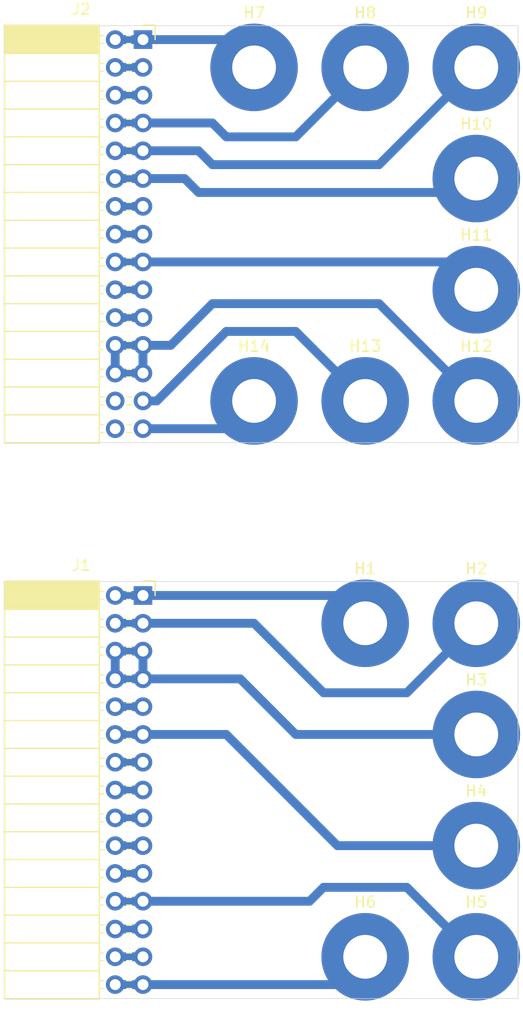
<source format=kicad_pcb>
(kicad_pcb (version 20171130) (host pcbnew "(5.1.9)-1")

  (general
    (thickness 1.6)
    (drawings 8)
    (tracks 76)
    (zones 0)
    (modules 16)
    (nets 29)
  )

  (page A4)
  (layers
    (0 F.Cu signal)
    (31 B.Cu signal)
    (32 B.Adhes user)
    (33 F.Adhes user)
    (34 B.Paste user)
    (35 F.Paste user)
    (36 B.SilkS user)
    (37 F.SilkS user)
    (38 B.Mask user)
    (39 F.Mask user)
    (40 Dwgs.User user)
    (41 Cmts.User user)
    (42 Eco1.User user)
    (43 Eco2.User user)
    (44 Edge.Cuts user)
    (45 Margin user)
    (46 B.CrtYd user)
    (47 F.CrtYd user)
    (48 B.Fab user)
    (49 F.Fab user)
  )

  (setup
    (last_trace_width 0.8128)
    (trace_clearance 0.4064)
    (zone_clearance 0.4064)
    (zone_45_only no)
    (trace_min 0.2)
    (via_size 1.6256)
    (via_drill 0.8128)
    (via_min_size 0.4)
    (via_min_drill 0.3)
    (uvia_size 0.3)
    (uvia_drill 0.1)
    (uvias_allowed no)
    (uvia_min_size 0.2)
    (uvia_min_drill 0.1)
    (edge_width 0.05)
    (segment_width 0.2)
    (pcb_text_width 0.3)
    (pcb_text_size 1.5 1.5)
    (mod_edge_width 0.12)
    (mod_text_size 1 1)
    (mod_text_width 0.15)
    (pad_size 1.524 1.524)
    (pad_drill 0.762)
    (pad_to_mask_clearance 0)
    (aux_axis_origin 0 0)
    (visible_elements FFFFFF7F)
    (pcbplotparams
      (layerselection 0x010fc_ffffffff)
      (usegerberextensions false)
      (usegerberattributes true)
      (usegerberadvancedattributes true)
      (creategerberjobfile true)
      (excludeedgelayer true)
      (linewidth 0.100000)
      (plotframeref false)
      (viasonmask false)
      (mode 1)
      (useauxorigin false)
      (hpglpennumber 1)
      (hpglpenspeed 20)
      (hpglpendiameter 15.000000)
      (psnegative false)
      (psa4output false)
      (plotreference true)
      (plotvalue true)
      (plotinvisibletext false)
      (padsonsilk false)
      (subtractmaskfromsilk false)
      (outputformat 1)
      (mirror false)
      (drillshape 1)
      (scaleselection 1)
      (outputdirectory ""))
  )

  (net 0 "")
  (net 1 /+5VRM)
  (net 2 /+5VRL)
  (net 3 /+15VU)
  (net 4 /+8VR)
  (net 5 /+12VR)
  (net 6 /+18VU)
  (net 7 /-18VU)
  (net 8 /-12VR)
  (net 9 /-15VR)
  (net 10 /-21V)
  (net 11 /+14VAC)
  (net 12 /-14VAC)
  (net 13 /E1+8R)
  (net 14 /B1+5M)
  (net 15 /B2+5M)
  (net 16 /E2+5M)
  (net 17 /B1+5L)
  (net 18 /B1+8R)
  (net 19 /E2+5L)
  (net 20 /B2+5L)
  (net 21 /B2-12R)
  (net 22 /B1-12R)
  (net 23 /B2-15R)
  (net 24 /B1-15R)
  (net 25 /B1+12R)
  (net 26 /E1+12R)
  (net 27 /0Va)
  (net 28 /0Vb)

  (net_class Default "This is the default net class."
    (clearance 0.4064)
    (trace_width 0.8128)
    (via_dia 1.6256)
    (via_drill 0.8128)
    (uvia_dia 0.3)
    (uvia_drill 0.1)
    (add_net /+12VR)
    (add_net /+14VAC)
    (add_net /+15VU)
    (add_net /+18VU)
    (add_net /+5VRL)
    (add_net /+5VRM)
    (add_net /+8VR)
    (add_net /-12VR)
    (add_net /-14VAC)
    (add_net /-15VR)
    (add_net /-18VU)
    (add_net /-21V)
    (add_net /0Va)
    (add_net /0Vb)
    (add_net /B1+12R)
    (add_net /B1+5L)
    (add_net /B1+5M)
    (add_net /B1+8R)
    (add_net /B1-12R)
    (add_net /B1-15R)
    (add_net /B2+5L)
    (add_net /B2+5M)
    (add_net /B2-12R)
    (add_net /B2-15R)
    (add_net /E1+12R)
    (add_net /E1+8R)
    (add_net /E2+5L)
    (add_net /E2+5M)
  )

  (module MountingHole:MountingHole_4mm_Pad (layer F.Cu) (tedit 56D1B4CB) (tstamp 60BF914C)
    (at 121.92 129.54)
    (descr "Mounting Hole 4mm")
    (tags "mounting hole 4mm")
    (path /60CDDC6B)
    (attr virtual)
    (fp_text reference H14 (at 0 -5) (layer F.SilkS)
      (effects (font (size 1 1) (thickness 0.15)))
    )
    (fp_text value -14VAC (at 0 5) (layer F.Fab)
      (effects (font (size 1 1) (thickness 0.15)))
    )
    (fp_text user %R (at 0.3 0) (layer F.Fab)
      (effects (font (size 1 1) (thickness 0.15)))
    )
    (fp_circle (center 0 0) (end 4 0) (layer Cmts.User) (width 0.15))
    (fp_circle (center 0 0) (end 4.25 0) (layer F.CrtYd) (width 0.05))
    (pad 1 thru_hole circle (at 0 0) (size 8 8) (drill 4) (layers *.Cu *.Mask)
      (net 12 /-14VAC))
  )

  (module Wang2200:PinSocket_2x15_P2.54mm_Horizontal (layer F.Cu) (tedit 60BF7D51) (tstamp 60BF92C8)
    (at 111.76 96.52)
    (descr "Through hole angled socket strip, 2x15, 2.54mm pitch, 8.51mm socket length, double cols (from Kicad 4.0.7), script generated")
    (tags "Through hole angled socket strip THT 2x15 2.54mm double row")
    (path /60BFBCBF)
    (fp_text reference J2 (at -5.65 -2.77) (layer F.SilkS)
      (effects (font (size 1 1) (thickness 0.15)))
    )
    (fp_text value CONN2 (at -5.65 38.33) (layer F.Fab)
      (effects (font (size 1 1) (thickness 0.15)))
    )
    (fp_text user %R (at -8.315 17.78 90) (layer F.Fab)
      (effects (font (size 1 1) (thickness 0.15)))
    )
    (fp_line (start -12.57 -1.27) (end -5.03 -1.27) (layer F.Fab) (width 0.1))
    (fp_line (start -5.03 -1.27) (end -4.06 -0.3) (layer F.Fab) (width 0.1))
    (fp_line (start -4.06 -0.3) (end -4.06 36.83) (layer F.Fab) (width 0.1))
    (fp_line (start -4.06 36.83) (end -12.57 36.83) (layer F.Fab) (width 0.1))
    (fp_line (start -12.57 36.83) (end -12.57 -1.27) (layer F.Fab) (width 0.1))
    (fp_line (start 0 -0.3) (end -4.06 -0.3) (layer F.Fab) (width 0.1))
    (fp_line (start -4.06 0.3) (end 0 0.3) (layer F.Fab) (width 0.1))
    (fp_line (start 0 0.3) (end 0 -0.3) (layer F.Fab) (width 0.1))
    (fp_line (start 0 2.24) (end -4.06 2.24) (layer F.Fab) (width 0.1))
    (fp_line (start -4.06 2.84) (end 0 2.84) (layer F.Fab) (width 0.1))
    (fp_line (start 0 2.84) (end 0 2.24) (layer F.Fab) (width 0.1))
    (fp_line (start 0 4.78) (end -4.06 4.78) (layer F.Fab) (width 0.1))
    (fp_line (start -4.06 5.38) (end 0 5.38) (layer F.Fab) (width 0.1))
    (fp_line (start 0 5.38) (end 0 4.78) (layer F.Fab) (width 0.1))
    (fp_line (start 0 7.32) (end -4.06 7.32) (layer F.Fab) (width 0.1))
    (fp_line (start -4.06 7.92) (end 0 7.92) (layer F.Fab) (width 0.1))
    (fp_line (start 0 7.92) (end 0 7.32) (layer F.Fab) (width 0.1))
    (fp_line (start 0 9.86) (end -4.06 9.86) (layer F.Fab) (width 0.1))
    (fp_line (start -4.06 10.46) (end 0 10.46) (layer F.Fab) (width 0.1))
    (fp_line (start 0 10.46) (end 0 9.86) (layer F.Fab) (width 0.1))
    (fp_line (start 0 12.4) (end -4.06 12.4) (layer F.Fab) (width 0.1))
    (fp_line (start -4.06 13) (end 0 13) (layer F.Fab) (width 0.1))
    (fp_line (start 0 13) (end 0 12.4) (layer F.Fab) (width 0.1))
    (fp_line (start 0 14.94) (end -4.06 14.94) (layer F.Fab) (width 0.1))
    (fp_line (start -4.06 15.54) (end 0 15.54) (layer F.Fab) (width 0.1))
    (fp_line (start 0 15.54) (end 0 14.94) (layer F.Fab) (width 0.1))
    (fp_line (start 0 17.48) (end -4.06 17.48) (layer F.Fab) (width 0.1))
    (fp_line (start -4.06 18.08) (end 0 18.08) (layer F.Fab) (width 0.1))
    (fp_line (start 0 18.08) (end 0 17.48) (layer F.Fab) (width 0.1))
    (fp_line (start 0 20.02) (end -4.06 20.02) (layer F.Fab) (width 0.1))
    (fp_line (start -4.06 20.62) (end 0 20.62) (layer F.Fab) (width 0.1))
    (fp_line (start 0 20.62) (end 0 20.02) (layer F.Fab) (width 0.1))
    (fp_line (start 0 22.56) (end -4.06 22.56) (layer F.Fab) (width 0.1))
    (fp_line (start -4.06 23.16) (end 0 23.16) (layer F.Fab) (width 0.1))
    (fp_line (start 0 23.16) (end 0 22.56) (layer F.Fab) (width 0.1))
    (fp_line (start 0 25.1) (end -4.06 25.1) (layer F.Fab) (width 0.1))
    (fp_line (start -4.06 25.7) (end 0 25.7) (layer F.Fab) (width 0.1))
    (fp_line (start 0 25.7) (end 0 25.1) (layer F.Fab) (width 0.1))
    (fp_line (start 0 27.64) (end -4.06 27.64) (layer F.Fab) (width 0.1))
    (fp_line (start -4.06 28.24) (end 0 28.24) (layer F.Fab) (width 0.1))
    (fp_line (start 0 28.24) (end 0 27.64) (layer F.Fab) (width 0.1))
    (fp_line (start 0 30.18) (end -4.06 30.18) (layer F.Fab) (width 0.1))
    (fp_line (start -4.06 30.78) (end 0 30.78) (layer F.Fab) (width 0.1))
    (fp_line (start 0 30.78) (end 0 30.18) (layer F.Fab) (width 0.1))
    (fp_line (start 0 32.72) (end -4.06 32.72) (layer F.Fab) (width 0.1))
    (fp_line (start -4.06 33.32) (end 0 33.32) (layer F.Fab) (width 0.1))
    (fp_line (start 0 33.32) (end 0 32.72) (layer F.Fab) (width 0.1))
    (fp_line (start 0 35.26) (end -4.06 35.26) (layer F.Fab) (width 0.1))
    (fp_line (start -4.06 35.86) (end 0 35.86) (layer F.Fab) (width 0.1))
    (fp_line (start 0 35.86) (end 0 35.26) (layer F.Fab) (width 0.1))
    (fp_line (start -12.63 -1.21) (end -4 -1.21) (layer F.SilkS) (width 0.12))
    (fp_line (start -12.63 -1.091905) (end -4 -1.091905) (layer F.SilkS) (width 0.12))
    (fp_line (start -12.63 -0.97381) (end -4 -0.97381) (layer F.SilkS) (width 0.12))
    (fp_line (start -12.63 -0.855715) (end -4 -0.855715) (layer F.SilkS) (width 0.12))
    (fp_line (start -12.63 -0.73762) (end -4 -0.73762) (layer F.SilkS) (width 0.12))
    (fp_line (start -12.63 -0.619525) (end -4 -0.619525) (layer F.SilkS) (width 0.12))
    (fp_line (start -12.63 -0.50143) (end -4 -0.50143) (layer F.SilkS) (width 0.12))
    (fp_line (start -12.63 -0.383335) (end -4 -0.383335) (layer F.SilkS) (width 0.12))
    (fp_line (start -12.63 -0.26524) (end -4 -0.26524) (layer F.SilkS) (width 0.12))
    (fp_line (start -12.63 -0.147145) (end -4 -0.147145) (layer F.SilkS) (width 0.12))
    (fp_line (start -12.63 -0.02905) (end -4 -0.02905) (layer F.SilkS) (width 0.12))
    (fp_line (start -12.63 0.089045) (end -4 0.089045) (layer F.SilkS) (width 0.12))
    (fp_line (start -12.63 0.20714) (end -4 0.20714) (layer F.SilkS) (width 0.12))
    (fp_line (start -12.63 0.325235) (end -4 0.325235) (layer F.SilkS) (width 0.12))
    (fp_line (start -12.63 0.44333) (end -4 0.44333) (layer F.SilkS) (width 0.12))
    (fp_line (start -12.63 0.561425) (end -4 0.561425) (layer F.SilkS) (width 0.12))
    (fp_line (start -12.63 0.67952) (end -4 0.67952) (layer F.SilkS) (width 0.12))
    (fp_line (start -12.63 0.797615) (end -4 0.797615) (layer F.SilkS) (width 0.12))
    (fp_line (start -12.63 0.91571) (end -4 0.91571) (layer F.SilkS) (width 0.12))
    (fp_line (start -12.63 1.033805) (end -4 1.033805) (layer F.SilkS) (width 0.12))
    (fp_line (start -12.63 1.1519) (end -4 1.1519) (layer F.SilkS) (width 0.12))
    (fp_line (start -4 -0.36) (end -3.59 -0.36) (layer F.SilkS) (width 0.12))
    (fp_line (start -1.49 -0.36) (end -1.11 -0.36) (layer F.SilkS) (width 0.12))
    (fp_line (start -4 0.36) (end -3.59 0.36) (layer F.SilkS) (width 0.12))
    (fp_line (start -1.49 0.36) (end -1.11 0.36) (layer F.SilkS) (width 0.12))
    (fp_line (start -4 2.18) (end -3.59 2.18) (layer F.SilkS) (width 0.12))
    (fp_line (start -1.49 2.18) (end -1.05 2.18) (layer F.SilkS) (width 0.12))
    (fp_line (start -4 2.9) (end -3.59 2.9) (layer F.SilkS) (width 0.12))
    (fp_line (start -1.49 2.9) (end -1.05 2.9) (layer F.SilkS) (width 0.12))
    (fp_line (start -4 4.72) (end -3.59 4.72) (layer F.SilkS) (width 0.12))
    (fp_line (start -1.49 4.72) (end -1.05 4.72) (layer F.SilkS) (width 0.12))
    (fp_line (start -4 5.44) (end -3.59 5.44) (layer F.SilkS) (width 0.12))
    (fp_line (start -1.49 5.44) (end -1.05 5.44) (layer F.SilkS) (width 0.12))
    (fp_line (start -4 7.26) (end -3.59 7.26) (layer F.SilkS) (width 0.12))
    (fp_line (start -1.49 7.26) (end -1.05 7.26) (layer F.SilkS) (width 0.12))
    (fp_line (start -4 7.98) (end -3.59 7.98) (layer F.SilkS) (width 0.12))
    (fp_line (start -1.49 7.98) (end -1.05 7.98) (layer F.SilkS) (width 0.12))
    (fp_line (start -4 9.8) (end -3.59 9.8) (layer F.SilkS) (width 0.12))
    (fp_line (start -1.49 9.8) (end -1.05 9.8) (layer F.SilkS) (width 0.12))
    (fp_line (start -4 10.52) (end -3.59 10.52) (layer F.SilkS) (width 0.12))
    (fp_line (start -1.49 10.52) (end -1.05 10.52) (layer F.SilkS) (width 0.12))
    (fp_line (start -4 12.34) (end -3.59 12.34) (layer F.SilkS) (width 0.12))
    (fp_line (start -1.49 12.34) (end -1.05 12.34) (layer F.SilkS) (width 0.12))
    (fp_line (start -4 13.06) (end -3.59 13.06) (layer F.SilkS) (width 0.12))
    (fp_line (start -1.49 13.06) (end -1.05 13.06) (layer F.SilkS) (width 0.12))
    (fp_line (start -4 14.88) (end -3.59 14.88) (layer F.SilkS) (width 0.12))
    (fp_line (start -1.49 14.88) (end -1.05 14.88) (layer F.SilkS) (width 0.12))
    (fp_line (start -4 15.6) (end -3.59 15.6) (layer F.SilkS) (width 0.12))
    (fp_line (start -1.49 15.6) (end -1.05 15.6) (layer F.SilkS) (width 0.12))
    (fp_line (start -4 17.42) (end -3.59 17.42) (layer F.SilkS) (width 0.12))
    (fp_line (start -1.49 17.42) (end -1.05 17.42) (layer F.SilkS) (width 0.12))
    (fp_line (start -4 18.14) (end -3.59 18.14) (layer F.SilkS) (width 0.12))
    (fp_line (start -1.49 18.14) (end -1.05 18.14) (layer F.SilkS) (width 0.12))
    (fp_line (start -4 19.96) (end -3.59 19.96) (layer F.SilkS) (width 0.12))
    (fp_line (start -1.49 19.96) (end -1.05 19.96) (layer F.SilkS) (width 0.12))
    (fp_line (start -4 20.68) (end -3.59 20.68) (layer F.SilkS) (width 0.12))
    (fp_line (start -1.49 20.68) (end -1.05 20.68) (layer F.SilkS) (width 0.12))
    (fp_line (start -4 22.5) (end -3.59 22.5) (layer F.SilkS) (width 0.12))
    (fp_line (start -1.49 22.5) (end -1.05 22.5) (layer F.SilkS) (width 0.12))
    (fp_line (start -4 23.22) (end -3.59 23.22) (layer F.SilkS) (width 0.12))
    (fp_line (start -1.49 23.22) (end -1.05 23.22) (layer F.SilkS) (width 0.12))
    (fp_line (start -4 25.04) (end -3.59 25.04) (layer F.SilkS) (width 0.12))
    (fp_line (start -1.49 25.04) (end -1.05 25.04) (layer F.SilkS) (width 0.12))
    (fp_line (start -4 25.76) (end -3.59 25.76) (layer F.SilkS) (width 0.12))
    (fp_line (start -1.49 25.76) (end -1.05 25.76) (layer F.SilkS) (width 0.12))
    (fp_line (start -4 27.58) (end -3.59 27.58) (layer F.SilkS) (width 0.12))
    (fp_line (start -1.49 27.58) (end -1.05 27.58) (layer F.SilkS) (width 0.12))
    (fp_line (start -4 28.3) (end -3.59 28.3) (layer F.SilkS) (width 0.12))
    (fp_line (start -1.49 28.3) (end -1.05 28.3) (layer F.SilkS) (width 0.12))
    (fp_line (start -4 30.12) (end -3.59 30.12) (layer F.SilkS) (width 0.12))
    (fp_line (start -1.49 30.12) (end -1.05 30.12) (layer F.SilkS) (width 0.12))
    (fp_line (start -4 30.84) (end -3.59 30.84) (layer F.SilkS) (width 0.12))
    (fp_line (start -1.49 30.84) (end -1.05 30.84) (layer F.SilkS) (width 0.12))
    (fp_line (start -4 32.66) (end -3.59 32.66) (layer F.SilkS) (width 0.12))
    (fp_line (start -1.49 32.66) (end -1.05 32.66) (layer F.SilkS) (width 0.12))
    (fp_line (start -4 33.38) (end -3.59 33.38) (layer F.SilkS) (width 0.12))
    (fp_line (start -1.49 33.38) (end -1.05 33.38) (layer F.SilkS) (width 0.12))
    (fp_line (start -4 35.2) (end -3.59 35.2) (layer F.SilkS) (width 0.12))
    (fp_line (start -1.49 35.2) (end -1.05 35.2) (layer F.SilkS) (width 0.12))
    (fp_line (start -4 35.92) (end -3.59 35.92) (layer F.SilkS) (width 0.12))
    (fp_line (start -1.49 35.92) (end -1.05 35.92) (layer F.SilkS) (width 0.12))
    (fp_line (start -12.63 1.27) (end -4 1.27) (layer F.SilkS) (width 0.12))
    (fp_line (start -12.63 3.81) (end -4 3.81) (layer F.SilkS) (width 0.12))
    (fp_line (start -12.63 6.35) (end -4 6.35) (layer F.SilkS) (width 0.12))
    (fp_line (start -12.63 8.89) (end -4 8.89) (layer F.SilkS) (width 0.12))
    (fp_line (start -12.63 11.43) (end -4 11.43) (layer F.SilkS) (width 0.12))
    (fp_line (start -12.63 13.97) (end -4 13.97) (layer F.SilkS) (width 0.12))
    (fp_line (start -12.63 16.51) (end -4 16.51) (layer F.SilkS) (width 0.12))
    (fp_line (start -12.63 19.05) (end -4 19.05) (layer F.SilkS) (width 0.12))
    (fp_line (start -12.63 21.59) (end -4 21.59) (layer F.SilkS) (width 0.12))
    (fp_line (start -12.63 24.13) (end -4 24.13) (layer F.SilkS) (width 0.12))
    (fp_line (start -12.63 26.67) (end -4 26.67) (layer F.SilkS) (width 0.12))
    (fp_line (start -12.63 29.21) (end -4 29.21) (layer F.SilkS) (width 0.12))
    (fp_line (start -12.63 31.75) (end -4 31.75) (layer F.SilkS) (width 0.12))
    (fp_line (start -12.63 34.29) (end -4 34.29) (layer F.SilkS) (width 0.12))
    (fp_line (start -12.63 -1.33) (end -4 -1.33) (layer F.SilkS) (width 0.12))
    (fp_line (start -4 -1.33) (end -4 36.89) (layer F.SilkS) (width 0.12))
    (fp_line (start -12.63 36.89) (end -4 36.89) (layer F.SilkS) (width 0.12))
    (fp_line (start -12.63 -1.33) (end -12.63 36.89) (layer F.SilkS) (width 0.12))
    (fp_line (start 1.11 -1.33) (end 1.11 0) (layer F.SilkS) (width 0.12))
    (fp_line (start 0 -1.33) (end 1.11 -1.33) (layer F.SilkS) (width 0.12))
    (fp_line (start 1.8 -1.75) (end -13.05 -1.75) (layer F.CrtYd) (width 0.05))
    (fp_line (start -13.05 -1.75) (end -13.05 37.35) (layer F.CrtYd) (width 0.05))
    (fp_line (start -13.05 37.35) (end 1.8 37.35) (layer F.CrtYd) (width 0.05))
    (fp_line (start 1.8 37.35) (end 1.8 -1.75) (layer F.CrtYd) (width 0.05))
    (pad 15 thru_hole oval (at -2.54 35.56) (size 1.7 1.7) (drill 1) (layers *.Cu *.Mask))
    (pad S thru_hole oval (at 0 35.56) (size 1.7 1.7) (drill 1) (layers *.Cu *.Mask)
      (net 12 /-14VAC))
    (pad 14 thru_hole oval (at -2.54 33.02) (size 1.7 1.7) (drill 1) (layers *.Cu *.Mask))
    (pad R thru_hole oval (at 0 33.02) (size 1.7 1.7) (drill 1) (layers *.Cu *.Mask)
      (net 11 /+14VAC))
    (pad 13 thru_hole oval (at -2.54 30.48) (size 1.7 1.7) (drill 1) (layers *.Cu *.Mask)
      (net 28 /0Vb))
    (pad P thru_hole oval (at 0 30.48) (size 1.7 1.7) (drill 1) (layers *.Cu *.Mask)
      (net 28 /0Vb))
    (pad 12 thru_hole oval (at -2.54 27.94) (size 1.7 1.7) (drill 1) (layers *.Cu *.Mask)
      (net 28 /0Vb))
    (pad N thru_hole oval (at 0 27.94) (size 1.7 1.7) (drill 1) (layers *.Cu *.Mask)
      (net 28 /0Vb))
    (pad 11 thru_hole oval (at -2.54 25.4) (size 1.7 1.7) (drill 1) (layers *.Cu *.Mask)
      (net 21 /B2-12R))
    (pad M thru_hole oval (at 0 25.4) (size 1.7 1.7) (drill 1) (layers *.Cu *.Mask)
      (net 21 /B2-12R))
    (pad 10 thru_hole oval (at -2.54 22.86) (size 1.7 1.7) (drill 1) (layers *.Cu *.Mask)
      (net 22 /B1-12R))
    (pad L thru_hole oval (at 0 22.86) (size 1.7 1.7) (drill 1) (layers *.Cu *.Mask)
      (net 22 /B1-12R))
    (pad 9 thru_hole oval (at -2.54 20.32) (size 1.7 1.7) (drill 1) (layers *.Cu *.Mask)
      (net 10 /-21V))
    (pad K thru_hole oval (at 0 20.32) (size 1.7 1.7) (drill 1) (layers *.Cu *.Mask)
      (net 10 /-21V))
    (pad 8 thru_hole oval (at -2.54 17.78) (size 1.7 1.7) (drill 1) (layers *.Cu *.Mask)
      (net 23 /B2-15R))
    (pad J thru_hole oval (at 0 17.78) (size 1.7 1.7) (drill 1) (layers *.Cu *.Mask)
      (net 23 /B2-15R))
    (pad 7 thru_hole oval (at -2.54 15.24) (size 1.7 1.7) (drill 1) (layers *.Cu *.Mask)
      (net 24 /B1-15R))
    (pad H thru_hole oval (at 0 15.24) (size 1.7 1.7) (drill 1) (layers *.Cu *.Mask)
      (net 24 /B1-15R))
    (pad 6 thru_hole oval (at -2.54 12.7) (size 1.7 1.7) (drill 1) (layers *.Cu *.Mask)
      (net 9 /-15VR))
    (pad F thru_hole oval (at 0 12.7) (size 1.7 1.7) (drill 1) (layers *.Cu *.Mask)
      (net 9 /-15VR))
    (pad 5 thru_hole oval (at -2.54 10.16) (size 1.7 1.7) (drill 1) (layers *.Cu *.Mask)
      (net 8 /-12VR))
    (pad E thru_hole oval (at 0 10.16) (size 1.7 1.7) (drill 1) (layers *.Cu *.Mask)
      (net 8 /-12VR))
    (pad 4 thru_hole oval (at -2.54 7.62) (size 1.7 1.7) (drill 1) (layers *.Cu *.Mask)
      (net 7 /-18VU))
    (pad D thru_hole oval (at 0 7.62) (size 1.7 1.7) (drill 1) (layers *.Cu *.Mask)
      (net 7 /-18VU))
    (pad 3 thru_hole oval (at -2.54 5.08) (size 1.7 1.7) (drill 1) (layers *.Cu *.Mask)
      (net 25 /B1+12R))
    (pad C thru_hole oval (at 0 5.08) (size 1.7 1.7) (drill 1) (layers *.Cu *.Mask)
      (net 25 /B1+12R))
    (pad 2 thru_hole oval (at -2.54 2.54) (size 1.7 1.7) (drill 1) (layers *.Cu *.Mask)
      (net 26 /E1+12R))
    (pad B thru_hole oval (at 0 2.54) (size 1.7 1.7) (drill 1) (layers *.Cu *.Mask)
      (net 26 /E1+12R))
    (pad 1 thru_hole oval (at -2.54 0) (size 1.7 1.7) (drill 1) (layers *.Cu *.Mask)
      (net 6 /+18VU))
    (pad A thru_hole rect (at 0 0) (size 1.7 1.7) (drill 1) (layers *.Cu *.Mask)
      (net 6 /+18VU))
    (model ${KISYS3DMOD}/Connector_PinSocket_2.54mm.3dshapes/PinSocket_2x15_P2.54mm_Horizontal.wrl
      (at (xyz 0 0 0))
      (scale (xyz 1 1 1))
      (rotate (xyz 0 0 0))
    )
  )

  (module Wang2200:PinSocket_2x15_P2.54mm_Horizontal (layer F.Cu) (tedit 60BF7D51) (tstamp 60BF920A)
    (at 111.76 147.32)
    (descr "Through hole angled socket strip, 2x15, 2.54mm pitch, 8.51mm socket length, double cols (from Kicad 4.0.7), script generated")
    (tags "Through hole angled socket strip THT 2x15 2.54mm double row")
    (path /60BF84D0)
    (fp_text reference J1 (at -5.65 -2.77) (layer F.SilkS)
      (effects (font (size 1 1) (thickness 0.15)))
    )
    (fp_text value CONN1 (at -5.65 38.33) (layer F.Fab)
      (effects (font (size 1 1) (thickness 0.15)))
    )
    (fp_text user %R (at -8.315 17.78 90) (layer F.Fab)
      (effects (font (size 1 1) (thickness 0.15)))
    )
    (fp_line (start -12.57 -1.27) (end -5.03 -1.27) (layer F.Fab) (width 0.1))
    (fp_line (start -5.03 -1.27) (end -4.06 -0.3) (layer F.Fab) (width 0.1))
    (fp_line (start -4.06 -0.3) (end -4.06 36.83) (layer F.Fab) (width 0.1))
    (fp_line (start -4.06 36.83) (end -12.57 36.83) (layer F.Fab) (width 0.1))
    (fp_line (start -12.57 36.83) (end -12.57 -1.27) (layer F.Fab) (width 0.1))
    (fp_line (start 0 -0.3) (end -4.06 -0.3) (layer F.Fab) (width 0.1))
    (fp_line (start -4.06 0.3) (end 0 0.3) (layer F.Fab) (width 0.1))
    (fp_line (start 0 0.3) (end 0 -0.3) (layer F.Fab) (width 0.1))
    (fp_line (start 0 2.24) (end -4.06 2.24) (layer F.Fab) (width 0.1))
    (fp_line (start -4.06 2.84) (end 0 2.84) (layer F.Fab) (width 0.1))
    (fp_line (start 0 2.84) (end 0 2.24) (layer F.Fab) (width 0.1))
    (fp_line (start 0 4.78) (end -4.06 4.78) (layer F.Fab) (width 0.1))
    (fp_line (start -4.06 5.38) (end 0 5.38) (layer F.Fab) (width 0.1))
    (fp_line (start 0 5.38) (end 0 4.78) (layer F.Fab) (width 0.1))
    (fp_line (start 0 7.32) (end -4.06 7.32) (layer F.Fab) (width 0.1))
    (fp_line (start -4.06 7.92) (end 0 7.92) (layer F.Fab) (width 0.1))
    (fp_line (start 0 7.92) (end 0 7.32) (layer F.Fab) (width 0.1))
    (fp_line (start 0 9.86) (end -4.06 9.86) (layer F.Fab) (width 0.1))
    (fp_line (start -4.06 10.46) (end 0 10.46) (layer F.Fab) (width 0.1))
    (fp_line (start 0 10.46) (end 0 9.86) (layer F.Fab) (width 0.1))
    (fp_line (start 0 12.4) (end -4.06 12.4) (layer F.Fab) (width 0.1))
    (fp_line (start -4.06 13) (end 0 13) (layer F.Fab) (width 0.1))
    (fp_line (start 0 13) (end 0 12.4) (layer F.Fab) (width 0.1))
    (fp_line (start 0 14.94) (end -4.06 14.94) (layer F.Fab) (width 0.1))
    (fp_line (start -4.06 15.54) (end 0 15.54) (layer F.Fab) (width 0.1))
    (fp_line (start 0 15.54) (end 0 14.94) (layer F.Fab) (width 0.1))
    (fp_line (start 0 17.48) (end -4.06 17.48) (layer F.Fab) (width 0.1))
    (fp_line (start -4.06 18.08) (end 0 18.08) (layer F.Fab) (width 0.1))
    (fp_line (start 0 18.08) (end 0 17.48) (layer F.Fab) (width 0.1))
    (fp_line (start 0 20.02) (end -4.06 20.02) (layer F.Fab) (width 0.1))
    (fp_line (start -4.06 20.62) (end 0 20.62) (layer F.Fab) (width 0.1))
    (fp_line (start 0 20.62) (end 0 20.02) (layer F.Fab) (width 0.1))
    (fp_line (start 0 22.56) (end -4.06 22.56) (layer F.Fab) (width 0.1))
    (fp_line (start -4.06 23.16) (end 0 23.16) (layer F.Fab) (width 0.1))
    (fp_line (start 0 23.16) (end 0 22.56) (layer F.Fab) (width 0.1))
    (fp_line (start 0 25.1) (end -4.06 25.1) (layer F.Fab) (width 0.1))
    (fp_line (start -4.06 25.7) (end 0 25.7) (layer F.Fab) (width 0.1))
    (fp_line (start 0 25.7) (end 0 25.1) (layer F.Fab) (width 0.1))
    (fp_line (start 0 27.64) (end -4.06 27.64) (layer F.Fab) (width 0.1))
    (fp_line (start -4.06 28.24) (end 0 28.24) (layer F.Fab) (width 0.1))
    (fp_line (start 0 28.24) (end 0 27.64) (layer F.Fab) (width 0.1))
    (fp_line (start 0 30.18) (end -4.06 30.18) (layer F.Fab) (width 0.1))
    (fp_line (start -4.06 30.78) (end 0 30.78) (layer F.Fab) (width 0.1))
    (fp_line (start 0 30.78) (end 0 30.18) (layer F.Fab) (width 0.1))
    (fp_line (start 0 32.72) (end -4.06 32.72) (layer F.Fab) (width 0.1))
    (fp_line (start -4.06 33.32) (end 0 33.32) (layer F.Fab) (width 0.1))
    (fp_line (start 0 33.32) (end 0 32.72) (layer F.Fab) (width 0.1))
    (fp_line (start 0 35.26) (end -4.06 35.26) (layer F.Fab) (width 0.1))
    (fp_line (start -4.06 35.86) (end 0 35.86) (layer F.Fab) (width 0.1))
    (fp_line (start 0 35.86) (end 0 35.26) (layer F.Fab) (width 0.1))
    (fp_line (start -12.63 -1.21) (end -4 -1.21) (layer F.SilkS) (width 0.12))
    (fp_line (start -12.63 -1.091905) (end -4 -1.091905) (layer F.SilkS) (width 0.12))
    (fp_line (start -12.63 -0.97381) (end -4 -0.97381) (layer F.SilkS) (width 0.12))
    (fp_line (start -12.63 -0.855715) (end -4 -0.855715) (layer F.SilkS) (width 0.12))
    (fp_line (start -12.63 -0.73762) (end -4 -0.73762) (layer F.SilkS) (width 0.12))
    (fp_line (start -12.63 -0.619525) (end -4 -0.619525) (layer F.SilkS) (width 0.12))
    (fp_line (start -12.63 -0.50143) (end -4 -0.50143) (layer F.SilkS) (width 0.12))
    (fp_line (start -12.63 -0.383335) (end -4 -0.383335) (layer F.SilkS) (width 0.12))
    (fp_line (start -12.63 -0.26524) (end -4 -0.26524) (layer F.SilkS) (width 0.12))
    (fp_line (start -12.63 -0.147145) (end -4 -0.147145) (layer F.SilkS) (width 0.12))
    (fp_line (start -12.63 -0.02905) (end -4 -0.02905) (layer F.SilkS) (width 0.12))
    (fp_line (start -12.63 0.089045) (end -4 0.089045) (layer F.SilkS) (width 0.12))
    (fp_line (start -12.63 0.20714) (end -4 0.20714) (layer F.SilkS) (width 0.12))
    (fp_line (start -12.63 0.325235) (end -4 0.325235) (layer F.SilkS) (width 0.12))
    (fp_line (start -12.63 0.44333) (end -4 0.44333) (layer F.SilkS) (width 0.12))
    (fp_line (start -12.63 0.561425) (end -4 0.561425) (layer F.SilkS) (width 0.12))
    (fp_line (start -12.63 0.67952) (end -4 0.67952) (layer F.SilkS) (width 0.12))
    (fp_line (start -12.63 0.797615) (end -4 0.797615) (layer F.SilkS) (width 0.12))
    (fp_line (start -12.63 0.91571) (end -4 0.91571) (layer F.SilkS) (width 0.12))
    (fp_line (start -12.63 1.033805) (end -4 1.033805) (layer F.SilkS) (width 0.12))
    (fp_line (start -12.63 1.1519) (end -4 1.1519) (layer F.SilkS) (width 0.12))
    (fp_line (start -4 -0.36) (end -3.59 -0.36) (layer F.SilkS) (width 0.12))
    (fp_line (start -1.49 -0.36) (end -1.11 -0.36) (layer F.SilkS) (width 0.12))
    (fp_line (start -4 0.36) (end -3.59 0.36) (layer F.SilkS) (width 0.12))
    (fp_line (start -1.49 0.36) (end -1.11 0.36) (layer F.SilkS) (width 0.12))
    (fp_line (start -4 2.18) (end -3.59 2.18) (layer F.SilkS) (width 0.12))
    (fp_line (start -1.49 2.18) (end -1.05 2.18) (layer F.SilkS) (width 0.12))
    (fp_line (start -4 2.9) (end -3.59 2.9) (layer F.SilkS) (width 0.12))
    (fp_line (start -1.49 2.9) (end -1.05 2.9) (layer F.SilkS) (width 0.12))
    (fp_line (start -4 4.72) (end -3.59 4.72) (layer F.SilkS) (width 0.12))
    (fp_line (start -1.49 4.72) (end -1.05 4.72) (layer F.SilkS) (width 0.12))
    (fp_line (start -4 5.44) (end -3.59 5.44) (layer F.SilkS) (width 0.12))
    (fp_line (start -1.49 5.44) (end -1.05 5.44) (layer F.SilkS) (width 0.12))
    (fp_line (start -4 7.26) (end -3.59 7.26) (layer F.SilkS) (width 0.12))
    (fp_line (start -1.49 7.26) (end -1.05 7.26) (layer F.SilkS) (width 0.12))
    (fp_line (start -4 7.98) (end -3.59 7.98) (layer F.SilkS) (width 0.12))
    (fp_line (start -1.49 7.98) (end -1.05 7.98) (layer F.SilkS) (width 0.12))
    (fp_line (start -4 9.8) (end -3.59 9.8) (layer F.SilkS) (width 0.12))
    (fp_line (start -1.49 9.8) (end -1.05 9.8) (layer F.SilkS) (width 0.12))
    (fp_line (start -4 10.52) (end -3.59 10.52) (layer F.SilkS) (width 0.12))
    (fp_line (start -1.49 10.52) (end -1.05 10.52) (layer F.SilkS) (width 0.12))
    (fp_line (start -4 12.34) (end -3.59 12.34) (layer F.SilkS) (width 0.12))
    (fp_line (start -1.49 12.34) (end -1.05 12.34) (layer F.SilkS) (width 0.12))
    (fp_line (start -4 13.06) (end -3.59 13.06) (layer F.SilkS) (width 0.12))
    (fp_line (start -1.49 13.06) (end -1.05 13.06) (layer F.SilkS) (width 0.12))
    (fp_line (start -4 14.88) (end -3.59 14.88) (layer F.SilkS) (width 0.12))
    (fp_line (start -1.49 14.88) (end -1.05 14.88) (layer F.SilkS) (width 0.12))
    (fp_line (start -4 15.6) (end -3.59 15.6) (layer F.SilkS) (width 0.12))
    (fp_line (start -1.49 15.6) (end -1.05 15.6) (layer F.SilkS) (width 0.12))
    (fp_line (start -4 17.42) (end -3.59 17.42) (layer F.SilkS) (width 0.12))
    (fp_line (start -1.49 17.42) (end -1.05 17.42) (layer F.SilkS) (width 0.12))
    (fp_line (start -4 18.14) (end -3.59 18.14) (layer F.SilkS) (width 0.12))
    (fp_line (start -1.49 18.14) (end -1.05 18.14) (layer F.SilkS) (width 0.12))
    (fp_line (start -4 19.96) (end -3.59 19.96) (layer F.SilkS) (width 0.12))
    (fp_line (start -1.49 19.96) (end -1.05 19.96) (layer F.SilkS) (width 0.12))
    (fp_line (start -4 20.68) (end -3.59 20.68) (layer F.SilkS) (width 0.12))
    (fp_line (start -1.49 20.68) (end -1.05 20.68) (layer F.SilkS) (width 0.12))
    (fp_line (start -4 22.5) (end -3.59 22.5) (layer F.SilkS) (width 0.12))
    (fp_line (start -1.49 22.5) (end -1.05 22.5) (layer F.SilkS) (width 0.12))
    (fp_line (start -4 23.22) (end -3.59 23.22) (layer F.SilkS) (width 0.12))
    (fp_line (start -1.49 23.22) (end -1.05 23.22) (layer F.SilkS) (width 0.12))
    (fp_line (start -4 25.04) (end -3.59 25.04) (layer F.SilkS) (width 0.12))
    (fp_line (start -1.49 25.04) (end -1.05 25.04) (layer F.SilkS) (width 0.12))
    (fp_line (start -4 25.76) (end -3.59 25.76) (layer F.SilkS) (width 0.12))
    (fp_line (start -1.49 25.76) (end -1.05 25.76) (layer F.SilkS) (width 0.12))
    (fp_line (start -4 27.58) (end -3.59 27.58) (layer F.SilkS) (width 0.12))
    (fp_line (start -1.49 27.58) (end -1.05 27.58) (layer F.SilkS) (width 0.12))
    (fp_line (start -4 28.3) (end -3.59 28.3) (layer F.SilkS) (width 0.12))
    (fp_line (start -1.49 28.3) (end -1.05 28.3) (layer F.SilkS) (width 0.12))
    (fp_line (start -4 30.12) (end -3.59 30.12) (layer F.SilkS) (width 0.12))
    (fp_line (start -1.49 30.12) (end -1.05 30.12) (layer F.SilkS) (width 0.12))
    (fp_line (start -4 30.84) (end -3.59 30.84) (layer F.SilkS) (width 0.12))
    (fp_line (start -1.49 30.84) (end -1.05 30.84) (layer F.SilkS) (width 0.12))
    (fp_line (start -4 32.66) (end -3.59 32.66) (layer F.SilkS) (width 0.12))
    (fp_line (start -1.49 32.66) (end -1.05 32.66) (layer F.SilkS) (width 0.12))
    (fp_line (start -4 33.38) (end -3.59 33.38) (layer F.SilkS) (width 0.12))
    (fp_line (start -1.49 33.38) (end -1.05 33.38) (layer F.SilkS) (width 0.12))
    (fp_line (start -4 35.2) (end -3.59 35.2) (layer F.SilkS) (width 0.12))
    (fp_line (start -1.49 35.2) (end -1.05 35.2) (layer F.SilkS) (width 0.12))
    (fp_line (start -4 35.92) (end -3.59 35.92) (layer F.SilkS) (width 0.12))
    (fp_line (start -1.49 35.92) (end -1.05 35.92) (layer F.SilkS) (width 0.12))
    (fp_line (start -12.63 1.27) (end -4 1.27) (layer F.SilkS) (width 0.12))
    (fp_line (start -12.63 3.81) (end -4 3.81) (layer F.SilkS) (width 0.12))
    (fp_line (start -12.63 6.35) (end -4 6.35) (layer F.SilkS) (width 0.12))
    (fp_line (start -12.63 8.89) (end -4 8.89) (layer F.SilkS) (width 0.12))
    (fp_line (start -12.63 11.43) (end -4 11.43) (layer F.SilkS) (width 0.12))
    (fp_line (start -12.63 13.97) (end -4 13.97) (layer F.SilkS) (width 0.12))
    (fp_line (start -12.63 16.51) (end -4 16.51) (layer F.SilkS) (width 0.12))
    (fp_line (start -12.63 19.05) (end -4 19.05) (layer F.SilkS) (width 0.12))
    (fp_line (start -12.63 21.59) (end -4 21.59) (layer F.SilkS) (width 0.12))
    (fp_line (start -12.63 24.13) (end -4 24.13) (layer F.SilkS) (width 0.12))
    (fp_line (start -12.63 26.67) (end -4 26.67) (layer F.SilkS) (width 0.12))
    (fp_line (start -12.63 29.21) (end -4 29.21) (layer F.SilkS) (width 0.12))
    (fp_line (start -12.63 31.75) (end -4 31.75) (layer F.SilkS) (width 0.12))
    (fp_line (start -12.63 34.29) (end -4 34.29) (layer F.SilkS) (width 0.12))
    (fp_line (start -12.63 -1.33) (end -4 -1.33) (layer F.SilkS) (width 0.12))
    (fp_line (start -4 -1.33) (end -4 36.89) (layer F.SilkS) (width 0.12))
    (fp_line (start -12.63 36.89) (end -4 36.89) (layer F.SilkS) (width 0.12))
    (fp_line (start -12.63 -1.33) (end -12.63 36.89) (layer F.SilkS) (width 0.12))
    (fp_line (start 1.11 -1.33) (end 1.11 0) (layer F.SilkS) (width 0.12))
    (fp_line (start 0 -1.33) (end 1.11 -1.33) (layer F.SilkS) (width 0.12))
    (fp_line (start 1.8 -1.75) (end -13.05 -1.75) (layer F.CrtYd) (width 0.05))
    (fp_line (start -13.05 -1.75) (end -13.05 37.35) (layer F.CrtYd) (width 0.05))
    (fp_line (start -13.05 37.35) (end 1.8 37.35) (layer F.CrtYd) (width 0.05))
    (fp_line (start 1.8 37.35) (end 1.8 -1.75) (layer F.CrtYd) (width 0.05))
    (pad 15 thru_hole oval (at -2.54 35.56) (size 1.7 1.7) (drill 1) (layers *.Cu *.Mask)
      (net 5 /+12VR))
    (pad S thru_hole oval (at 0 35.56) (size 1.7 1.7) (drill 1) (layers *.Cu *.Mask)
      (net 5 /+12VR))
    (pad 14 thru_hole oval (at -2.54 33.02) (size 1.7 1.7) (drill 1) (layers *.Cu *.Mask)
      (net 13 /E1+8R))
    (pad R thru_hole oval (at 0 33.02) (size 1.7 1.7) (drill 1) (layers *.Cu *.Mask)
      (net 13 /E1+8R))
    (pad 13 thru_hole oval (at -2.54 30.48) (size 1.7 1.7) (drill 1) (layers *.Cu *.Mask)
      (net 14 /B1+5M))
    (pad P thru_hole oval (at 0 30.48) (size 1.7 1.7) (drill 1) (layers *.Cu *.Mask)
      (net 14 /B1+5M))
    (pad 12 thru_hole oval (at -2.54 27.94) (size 1.7 1.7) (drill 1) (layers *.Cu *.Mask)
      (net 4 /+8VR))
    (pad N thru_hole oval (at 0 27.94) (size 1.7 1.7) (drill 1) (layers *.Cu *.Mask)
      (net 4 /+8VR))
    (pad 11 thru_hole oval (at -2.54 25.4) (size 1.7 1.7) (drill 1) (layers *.Cu *.Mask)
      (net 15 /B2+5M))
    (pad M thru_hole oval (at 0 25.4) (size 1.7 1.7) (drill 1) (layers *.Cu *.Mask)
      (net 15 /B2+5M))
    (pad 10 thru_hole oval (at -2.54 22.86) (size 1.7 1.7) (drill 1) (layers *.Cu *.Mask)
      (net 16 /E2+5M))
    (pad L thru_hole oval (at 0 22.86) (size 1.7 1.7) (drill 1) (layers *.Cu *.Mask)
      (net 16 /E2+5M))
    (pad 9 thru_hole oval (at -2.54 20.32) (size 1.7 1.7) (drill 1) (layers *.Cu *.Mask)
      (net 17 /B1+5L))
    (pad K thru_hole oval (at 0 20.32) (size 1.7 1.7) (drill 1) (layers *.Cu *.Mask)
      (net 17 /B1+5L))
    (pad 8 thru_hole oval (at -2.54 17.78) (size 1.7 1.7) (drill 1) (layers *.Cu *.Mask)
      (net 18 /B1+8R))
    (pad J thru_hole oval (at 0 17.78) (size 1.7 1.7) (drill 1) (layers *.Cu *.Mask)
      (net 18 /B1+8R))
    (pad 7 thru_hole oval (at -2.54 15.24) (size 1.7 1.7) (drill 1) (layers *.Cu *.Mask)
      (net 19 /E2+5L))
    (pad H thru_hole oval (at 0 15.24) (size 1.7 1.7) (drill 1) (layers *.Cu *.Mask)
      (net 19 /E2+5L))
    (pad 6 thru_hole oval (at -2.54 12.7) (size 1.7 1.7) (drill 1) (layers *.Cu *.Mask)
      (net 3 /+15VU))
    (pad F thru_hole oval (at 0 12.7) (size 1.7 1.7) (drill 1) (layers *.Cu *.Mask)
      (net 3 /+15VU))
    (pad 5 thru_hole oval (at -2.54 10.16) (size 1.7 1.7) (drill 1) (layers *.Cu *.Mask)
      (net 20 /B2+5L))
    (pad E thru_hole oval (at 0 10.16) (size 1.7 1.7) (drill 1) (layers *.Cu *.Mask)
      (net 20 /B2+5L))
    (pad 4 thru_hole oval (at -2.54 7.62) (size 1.7 1.7) (drill 1) (layers *.Cu *.Mask)
      (net 27 /0Va))
    (pad D thru_hole oval (at 0 7.62) (size 1.7 1.7) (drill 1) (layers *.Cu *.Mask)
      (net 27 /0Va))
    (pad 3 thru_hole oval (at -2.54 5.08) (size 1.7 1.7) (drill 1) (layers *.Cu *.Mask)
      (net 27 /0Va))
    (pad C thru_hole oval (at 0 5.08) (size 1.7 1.7) (drill 1) (layers *.Cu *.Mask)
      (net 27 /0Va))
    (pad 2 thru_hole oval (at -2.54 2.54) (size 1.7 1.7) (drill 1) (layers *.Cu *.Mask)
      (net 2 /+5VRL))
    (pad B thru_hole oval (at 0 2.54) (size 1.7 1.7) (drill 1) (layers *.Cu *.Mask)
      (net 2 /+5VRL))
    (pad 1 thru_hole oval (at -2.54 0) (size 1.7 1.7) (drill 1) (layers *.Cu *.Mask)
      (net 1 /+5VRM))
    (pad A thru_hole rect (at 0 0) (size 1.7 1.7) (drill 1) (layers *.Cu *.Mask)
      (net 1 /+5VRM))
    (model ${KISYS3DMOD}/Connector_PinSocket_2.54mm.3dshapes/PinSocket_2x15_P2.54mm_Horizontal.wrl
      (at (xyz 0 0 0))
      (scale (xyz 1 1 1))
      (rotate (xyz 0 0 0))
    )
  )

  (module MountingHole:MountingHole_4mm_Pad (layer F.Cu) (tedit 56D1B4CB) (tstamp 60BF9144)
    (at 132.08 129.54)
    (descr "Mounting Hole 4mm")
    (tags "mounting hole 4mm")
    (path /60CDD8FD)
    (attr virtual)
    (fp_text reference H13 (at 0 -5) (layer F.SilkS)
      (effects (font (size 1 1) (thickness 0.15)))
    )
    (fp_text value +14VAC (at 0 5) (layer F.Fab)
      (effects (font (size 1 1) (thickness 0.15)))
    )
    (fp_text user %R (at 0.3 0) (layer F.Fab)
      (effects (font (size 1 1) (thickness 0.15)))
    )
    (fp_circle (center 0 0) (end 4 0) (layer Cmts.User) (width 0.15))
    (fp_circle (center 0 0) (end 4.25 0) (layer F.CrtYd) (width 0.05))
    (pad 1 thru_hole circle (at 0 0) (size 8 8) (drill 4) (layers *.Cu *.Mask)
      (net 11 /+14VAC))
  )

  (module MountingHole:MountingHole_4mm_Pad (layer F.Cu) (tedit 56D1B4CB) (tstamp 60BF913C)
    (at 142.24 129.54)
    (descr "Mounting Hole 4mm")
    (tags "mounting hole 4mm")
    (path /60CC34E1)
    (attr virtual)
    (fp_text reference H12 (at 0 -5) (layer F.SilkS)
      (effects (font (size 1 1) (thickness 0.15)))
    )
    (fp_text value 0V (at 0 5) (layer F.Fab)
      (effects (font (size 1 1) (thickness 0.15)))
    )
    (fp_text user %R (at 0.3 0) (layer F.Fab)
      (effects (font (size 1 1) (thickness 0.15)))
    )
    (fp_circle (center 0 0) (end 4 0) (layer Cmts.User) (width 0.15))
    (fp_circle (center 0 0) (end 4.25 0) (layer F.CrtYd) (width 0.05))
    (pad 1 thru_hole circle (at 0 0) (size 8 8) (drill 4) (layers *.Cu *.Mask)
      (net 28 /0Vb))
  )

  (module MountingHole:MountingHole_4mm_Pad (layer F.Cu) (tedit 56D1B4CB) (tstamp 60BF9134)
    (at 142.24 119.38)
    (descr "Mounting Hole 4mm")
    (tags "mounting hole 4mm")
    (path /60CDD395)
    (attr virtual)
    (fp_text reference H11 (at 0 -5) (layer F.SilkS)
      (effects (font (size 1 1) (thickness 0.15)))
    )
    (fp_text value -21V (at 0 5) (layer F.Fab)
      (effects (font (size 1 1) (thickness 0.15)))
    )
    (fp_text user %R (at 0.3 0) (layer F.Fab)
      (effects (font (size 1 1) (thickness 0.15)))
    )
    (fp_circle (center 0 0) (end 4 0) (layer Cmts.User) (width 0.15))
    (fp_circle (center 0 0) (end 4.25 0) (layer F.CrtYd) (width 0.05))
    (pad 1 thru_hole circle (at 0 0) (size 8 8) (drill 4) (layers *.Cu *.Mask)
      (net 10 /-21V))
  )

  (module MountingHole:MountingHole_4mm_Pad (layer F.Cu) (tedit 56D1B4CB) (tstamp 60BF912C)
    (at 142.24 109.22)
    (descr "Mounting Hole 4mm")
    (tags "mounting hole 4mm")
    (path /60CDCE52)
    (attr virtual)
    (fp_text reference H10 (at 0 -5) (layer F.SilkS)
      (effects (font (size 1 1) (thickness 0.15)))
    )
    (fp_text value -15VR (at 0 5) (layer F.Fab)
      (effects (font (size 1 1) (thickness 0.15)))
    )
    (fp_text user %R (at 0.3 0) (layer F.Fab)
      (effects (font (size 1 1) (thickness 0.15)))
    )
    (fp_circle (center 0 0) (end 4 0) (layer Cmts.User) (width 0.15))
    (fp_circle (center 0 0) (end 4.25 0) (layer F.CrtYd) (width 0.05))
    (pad 1 thru_hole circle (at 0 0) (size 8 8) (drill 4) (layers *.Cu *.Mask)
      (net 9 /-15VR))
  )

  (module MountingHole:MountingHole_4mm_Pad (layer F.Cu) (tedit 56D1B4CB) (tstamp 60BF9124)
    (at 142.24 99.06)
    (descr "Mounting Hole 4mm")
    (tags "mounting hole 4mm")
    (path /60CDCAFE)
    (attr virtual)
    (fp_text reference H9 (at 0 -5) (layer F.SilkS)
      (effects (font (size 1 1) (thickness 0.15)))
    )
    (fp_text value -12VR (at 0 5) (layer F.Fab)
      (effects (font (size 1 1) (thickness 0.15)))
    )
    (fp_text user %R (at 0.3 0) (layer F.Fab)
      (effects (font (size 1 1) (thickness 0.15)))
    )
    (fp_circle (center 0 0) (end 4 0) (layer Cmts.User) (width 0.15))
    (fp_circle (center 0 0) (end 4.25 0) (layer F.CrtYd) (width 0.05))
    (pad 1 thru_hole circle (at 0 0) (size 8 8) (drill 4) (layers *.Cu *.Mask)
      (net 8 /-12VR))
  )

  (module MountingHole:MountingHole_4mm_Pad (layer F.Cu) (tedit 56D1B4CB) (tstamp 60BF911C)
    (at 132.08 99.06)
    (descr "Mounting Hole 4mm")
    (tags "mounting hole 4mm")
    (path /60CDBD20)
    (attr virtual)
    (fp_text reference H8 (at 0 -5) (layer F.SilkS)
      (effects (font (size 1 1) (thickness 0.15)))
    )
    (fp_text value -18VU (at 0 5) (layer F.Fab)
      (effects (font (size 1 1) (thickness 0.15)))
    )
    (fp_text user %R (at 0.3 0) (layer F.Fab)
      (effects (font (size 1 1) (thickness 0.15)))
    )
    (fp_circle (center 0 0) (end 4 0) (layer Cmts.User) (width 0.15))
    (fp_circle (center 0 0) (end 4.25 0) (layer F.CrtYd) (width 0.05))
    (pad 1 thru_hole circle (at 0 0) (size 8 8) (drill 4) (layers *.Cu *.Mask)
      (net 7 /-18VU))
  )

  (module MountingHole:MountingHole_4mm_Pad (layer F.Cu) (tedit 56D1B4CB) (tstamp 60BF9114)
    (at 121.92 99.06)
    (descr "Mounting Hole 4mm")
    (tags "mounting hole 4mm")
    (path /60CC3C2C)
    (attr virtual)
    (fp_text reference H7 (at 0 -5) (layer F.SilkS)
      (effects (font (size 1 1) (thickness 0.15)))
    )
    (fp_text value +18VU (at 0 5) (layer F.Fab)
      (effects (font (size 1 1) (thickness 0.15)))
    )
    (fp_text user %R (at 0.3 0) (layer F.Fab)
      (effects (font (size 1 1) (thickness 0.15)))
    )
    (fp_circle (center 0 0) (end 4 0) (layer Cmts.User) (width 0.15))
    (fp_circle (center 0 0) (end 4.25 0) (layer F.CrtYd) (width 0.05))
    (pad 1 thru_hole circle (at 0 0) (size 8 8) (drill 4) (layers *.Cu *.Mask)
      (net 6 /+18VU))
  )

  (module MountingHole:MountingHole_4mm_Pad (layer F.Cu) (tedit 56D1B4CB) (tstamp 60BF910C)
    (at 132.08 180.34)
    (descr "Mounting Hole 4mm")
    (tags "mounting hole 4mm")
    (path /60CC31B2)
    (attr virtual)
    (fp_text reference H6 (at 0 -5) (layer F.SilkS)
      (effects (font (size 1 1) (thickness 0.15)))
    )
    (fp_text value +12VR (at 0 5) (layer F.Fab)
      (effects (font (size 1 1) (thickness 0.15)))
    )
    (fp_text user %R (at 0.3 0) (layer F.Fab)
      (effects (font (size 1 1) (thickness 0.15)))
    )
    (fp_circle (center 0 0) (end 4 0) (layer Cmts.User) (width 0.15))
    (fp_circle (center 0 0) (end 4.25 0) (layer F.CrtYd) (width 0.05))
    (pad 1 thru_hole circle (at 0 0) (size 8 8) (drill 4) (layers *.Cu *.Mask)
      (net 5 /+12VR))
  )

  (module MountingHole:MountingHole_4mm_Pad (layer F.Cu) (tedit 56D1B4CB) (tstamp 60BF9104)
    (at 142.24 180.34)
    (descr "Mounting Hole 4mm")
    (tags "mounting hole 4mm")
    (path /60CC2DCF)
    (attr virtual)
    (fp_text reference H5 (at 0 -5) (layer F.SilkS)
      (effects (font (size 1 1) (thickness 0.15)))
    )
    (fp_text value +8VR (at 0 5) (layer F.Fab)
      (effects (font (size 1 1) (thickness 0.15)))
    )
    (fp_text user %R (at 0.3 0) (layer F.Fab)
      (effects (font (size 1 1) (thickness 0.15)))
    )
    (fp_circle (center 0 0) (end 4 0) (layer Cmts.User) (width 0.15))
    (fp_circle (center 0 0) (end 4.25 0) (layer F.CrtYd) (width 0.05))
    (pad 1 thru_hole circle (at 0 0) (size 8 8) (drill 4) (layers *.Cu *.Mask)
      (net 4 /+8VR))
  )

  (module MountingHole:MountingHole_4mm_Pad (layer F.Cu) (tedit 56D1B4CB) (tstamp 60BF90FC)
    (at 142.24 170.18)
    (descr "Mounting Hole 4mm")
    (tags "mounting hole 4mm")
    (path /60CC3848)
    (attr virtual)
    (fp_text reference H4 (at 0 -5) (layer F.SilkS)
      (effects (font (size 1 1) (thickness 0.15)))
    )
    (fp_text value +15VU (at 0 5) (layer F.Fab)
      (effects (font (size 1 1) (thickness 0.15)))
    )
    (fp_text user %R (at 0.3 0) (layer F.Fab)
      (effects (font (size 1 1) (thickness 0.15)))
    )
    (fp_circle (center 0 0) (end 4 0) (layer Cmts.User) (width 0.15))
    (fp_circle (center 0 0) (end 4.25 0) (layer F.CrtYd) (width 0.05))
    (pad 1 thru_hole circle (at 0 0) (size 8 8) (drill 4) (layers *.Cu *.Mask)
      (net 3 /+15VU))
  )

  (module MountingHole:MountingHole_4mm_Pad (layer F.Cu) (tedit 56D1B4CB) (tstamp 60BF90F4)
    (at 142.24 160.02)
    (descr "Mounting Hole 4mm")
    (tags "mounting hole 4mm")
    (path /60CE2E1E)
    (attr virtual)
    (fp_text reference H3 (at 0 -5) (layer F.SilkS)
      (effects (font (size 1 1) (thickness 0.15)))
    )
    (fp_text value 0V (at 0 5) (layer F.Fab)
      (effects (font (size 1 1) (thickness 0.15)))
    )
    (fp_text user %R (at 0.3 0) (layer F.Fab)
      (effects (font (size 1 1) (thickness 0.15)))
    )
    (fp_circle (center 0 0) (end 4 0) (layer Cmts.User) (width 0.15))
    (fp_circle (center 0 0) (end 4.25 0) (layer F.CrtYd) (width 0.05))
    (pad 1 thru_hole circle (at 0 0) (size 8 8) (drill 4) (layers *.Cu *.Mask)
      (net 27 /0Va))
  )

  (module MountingHole:MountingHole_4mm_Pad (layer F.Cu) (tedit 56D1B4CB) (tstamp 60BF90EC)
    (at 142.24 149.86)
    (descr "Mounting Hole 4mm")
    (tags "mounting hole 4mm")
    (path /60CC2927)
    (attr virtual)
    (fp_text reference H2 (at 0 -5) (layer F.SilkS)
      (effects (font (size 1 1) (thickness 0.15)))
    )
    (fp_text value +5VRL (at 0 5) (layer F.Fab)
      (effects (font (size 1 1) (thickness 0.15)))
    )
    (fp_text user %R (at 0.3 0) (layer F.Fab)
      (effects (font (size 1 1) (thickness 0.15)))
    )
    (fp_circle (center 0 0) (end 4 0) (layer Cmts.User) (width 0.15))
    (fp_circle (center 0 0) (end 4.25 0) (layer F.CrtYd) (width 0.05))
    (pad 1 thru_hole circle (at 0 0) (size 8 8) (drill 4) (layers *.Cu *.Mask)
      (net 2 /+5VRL))
  )

  (module MountingHole:MountingHole_4mm_Pad (layer F.Cu) (tedit 56D1B4CB) (tstamp 60BFE2AA)
    (at 132.08 149.86)
    (descr "Mounting Hole 4mm")
    (tags "mounting hole 4mm")
    (path /60CBF924)
    (attr virtual)
    (fp_text reference H1 (at 0 -5) (layer F.SilkS)
      (effects (font (size 1 1) (thickness 0.15)))
    )
    (fp_text value +5VRM (at 0 5) (layer F.Fab)
      (effects (font (size 1 1) (thickness 0.15)))
    )
    (fp_text user %R (at 0.3 0) (layer F.Fab)
      (effects (font (size 1 1) (thickness 0.15)))
    )
    (fp_circle (center 0 0) (end 4 0) (layer Cmts.User) (width 0.15))
    (fp_circle (center 0 0) (end 4.25 0) (layer F.CrtYd) (width 0.05))
    (pad 1 thru_hole circle (at 0 0) (size 8 8) (drill 4) (layers *.Cu *.Mask)
      (net 1 /+5VRM))
  )

  (gr_line (start 146.05 146.05) (end 146.05 184.15) (layer Edge.Cuts) (width 0.05))
  (gr_line (start 99.06 146.05) (end 146.05 146.05) (layer Edge.Cuts) (width 0.05) (tstamp 60BFD799))
  (gr_line (start 99.06 184.15) (end 99.06 146.05) (layer Edge.Cuts) (width 0.05))
  (gr_line (start 146.05 184.15) (end 99.06 184.15) (layer Edge.Cuts) (width 0.05))
  (gr_line (start 99.06 133.35) (end 99.06 95.25) (layer Edge.Cuts) (width 0.05) (tstamp 60BFD798))
  (gr_line (start 146.05 133.35) (end 99.06 133.35) (layer Edge.Cuts) (width 0.05))
  (gr_line (start 146.05 95.25) (end 146.05 133.35) (layer Edge.Cuts) (width 0.05))
  (gr_line (start 99.06 95.25) (end 146.05 95.25) (layer Edge.Cuts) (width 0.05))

  (segment (start 109.22 147.32) (end 111.76 147.32) (width 0.8128) (layer B.Cu) (net 1))
  (segment (start 129.54 147.32) (end 132.08 149.86) (width 0.8128) (layer B.Cu) (net 1))
  (segment (start 111.76 147.32) (end 129.54 147.32) (width 0.8128) (layer B.Cu) (net 1))
  (segment (start 109.22 149.86) (end 111.76 149.86) (width 0.8128) (layer B.Cu) (net 2))
  (segment (start 121.92 149.86) (end 111.76 149.86) (width 0.8128) (layer B.Cu) (net 2))
  (segment (start 128.27 156.21) (end 121.92 149.86) (width 0.8128) (layer B.Cu) (net 2))
  (segment (start 135.89 156.21) (end 128.27 156.21) (width 0.8128) (layer B.Cu) (net 2))
  (segment (start 142.24 149.86) (end 135.89 156.21) (width 0.8128) (layer B.Cu) (net 2))
  (segment (start 109.22 160.02) (end 111.76 160.02) (width 0.8128) (layer B.Cu) (net 3))
  (segment (start 119.38 160.02) (end 111.76 160.02) (width 0.8128) (layer B.Cu) (net 3))
  (segment (start 129.54 170.18) (end 119.38 160.02) (width 0.8128) (layer B.Cu) (net 3))
  (segment (start 142.24 170.18) (end 129.54 170.18) (width 0.8128) (layer B.Cu) (net 3))
  (segment (start 109.22 175.26) (end 111.76 175.26) (width 0.8128) (layer B.Cu) (net 4))
  (segment (start 127 175.26) (end 111.76 175.26) (width 0.8128) (layer B.Cu) (net 4))
  (segment (start 128.27 173.99) (end 127 175.26) (width 0.8128) (layer B.Cu) (net 4))
  (segment (start 135.89 173.99) (end 128.27 173.99) (width 0.8128) (layer B.Cu) (net 4))
  (segment (start 142.24 180.34) (end 135.89 173.99) (width 0.8128) (layer B.Cu) (net 4))
  (segment (start 109.22 182.88) (end 111.76 182.88) (width 0.8128) (layer B.Cu) (net 5))
  (segment (start 129.54 182.88) (end 132.08 180.34) (width 0.8128) (layer B.Cu) (net 5))
  (segment (start 111.76 182.88) (end 129.54 182.88) (width 0.8128) (layer B.Cu) (net 5))
  (segment (start 111.76 96.52) (end 119.38 96.52) (width 0.8128) (layer B.Cu) (net 6))
  (segment (start 119.38 96.52) (end 121.92 99.06) (width 0.8128) (layer B.Cu) (net 6) (status 1000000))
  (segment (start 109.22 96.52) (end 111.76 96.52) (width 0.8128) (layer B.Cu) (net 6) (status 1000000))
  (segment (start 132.08 99.06) (end 125.73 105.41) (width 0.8128) (layer B.Cu) (net 7) (status 1000000))
  (segment (start 125.73 105.41) (end 119.38 105.41) (width 0.8128) (layer B.Cu) (net 7) (status 1000000))
  (segment (start 119.38 105.41) (end 118.11 104.14) (width 0.8128) (layer B.Cu) (net 7) (status 1000000))
  (segment (start 118.11 104.14) (end 111.76 104.14) (width 0.8128) (layer B.Cu) (net 7))
  (segment (start 109.22 104.14) (end 111.76 104.14) (width 0.8128) (layer B.Cu) (net 7) (status 1000000))
  (segment (start 109.22 106.68) (end 111.76 106.68) (width 0.8128) (layer B.Cu) (net 8))
  (segment (start 142.24 99.06) (end 133.35 107.95) (width 0.8128) (layer B.Cu) (net 8) (status 1000000))
  (segment (start 133.35 107.95) (end 118.11 107.95) (width 0.8128) (layer B.Cu) (net 8) (status 1000000))
  (segment (start 116.84 106.68) (end 111.76 106.68) (width 0.8128) (layer B.Cu) (net 8))
  (segment (start 118.11 107.95) (end 116.84 106.68) (width 0.8128) (layer B.Cu) (net 8) (status 1000000))
  (segment (start 142.24 109.22) (end 140.97 110.49) (width 0.8128) (layer B.Cu) (net 9) (status 1000000))
  (segment (start 115.57 109.22) (end 111.76 109.22) (width 0.8128) (layer B.Cu) (net 9))
  (segment (start 140.97 110.49) (end 116.84 110.49) (width 0.8128) (layer B.Cu) (net 9) (status 1000000))
  (segment (start 116.84 110.49) (end 115.57 109.22) (width 0.8128) (layer B.Cu) (net 9) (status 1000000))
  (segment (start 109.22 109.22) (end 111.76 109.22) (width 0.8128) (layer B.Cu) (net 9) (status 1000000))
  (segment (start 142.24 119.38) (end 139.7 116.84) (width 0.8128) (layer B.Cu) (net 10) (status 1000000))
  (segment (start 139.7 116.84) (end 111.76 116.84) (width 0.8128) (layer B.Cu) (net 10))
  (segment (start 109.22 116.84) (end 111.76 116.84) (width 0.8128) (layer B.Cu) (net 10) (status 1000000))
  (segment (start 119.38 123.19) (end 125.73 123.19) (width 0.8128) (layer B.Cu) (net 11) (status 1000000))
  (segment (start 111.76 129.54) (end 113.03 129.54) (width 0.8128) (layer B.Cu) (net 11) (status 1000000))
  (segment (start 125.73 123.19) (end 132.08 129.54) (width 0.8128) (layer B.Cu) (net 11) (status 1000000))
  (segment (start 113.03 129.54) (end 119.38 123.19) (width 0.8128) (layer B.Cu) (net 11) (status 1000000))
  (segment (start 111.76 132.08) (end 119.38 132.08) (width 0.8128) (layer B.Cu) (net 12) (status 1000000))
  (segment (start 119.38 132.08) (end 121.92 129.54) (width 0.8128) (layer B.Cu) (net 12) (status 1000000))
  (segment (start 109.22 180.34) (end 111.76 180.34) (width 0.8128) (layer B.Cu) (net 13))
  (segment (start 109.22 177.8) (end 111.76 177.8) (width 0.8128) (layer B.Cu) (net 14))
  (segment (start 109.22 172.72) (end 111.76 172.72) (width 0.8128) (layer B.Cu) (net 15))
  (segment (start 109.22 170.18) (end 111.76 170.18) (width 0.8128) (layer B.Cu) (net 16))
  (segment (start 109.22 167.64) (end 111.76 167.64) (width 0.8128) (layer B.Cu) (net 17))
  (segment (start 109.22 165.1) (end 111.76 165.1) (width 0.8128) (layer B.Cu) (net 18))
  (segment (start 109.22 162.56) (end 111.76 162.56) (width 0.8128) (layer B.Cu) (net 19))
  (segment (start 109.22 157.48) (end 111.76 157.48) (width 0.8128) (layer B.Cu) (net 20))
  (segment (start 109.22 121.92) (end 111.76 121.92) (width 0.8128) (layer B.Cu) (net 21) (status 1000000))
  (segment (start 109.22 119.38) (end 111.76 119.38) (width 0.8128) (layer B.Cu) (net 22) (status 1000000))
  (segment (start 109.22 114.3) (end 111.76 114.3) (width 0.8128) (layer B.Cu) (net 23) (status 1000000))
  (segment (start 109.22 111.76) (end 111.76 111.76) (width 0.8128) (layer B.Cu) (net 24) (status 1000000))
  (segment (start 109.22 101.6) (end 111.76 101.6) (width 0.8128) (layer B.Cu) (net 25) (status 1000000))
  (segment (start 109.22 99.06) (end 111.76 99.06) (width 0.8128) (layer B.Cu) (net 26) (status 1000000))
  (segment (start 109.22 152.4) (end 111.76 152.4) (width 0.8128) (layer B.Cu) (net 27))
  (segment (start 109.22 154.94) (end 111.76 154.94) (width 0.8128) (layer B.Cu) (net 27))
  (segment (start 120.65 154.94) (end 111.76 154.94) (width 0.8128) (layer B.Cu) (net 27))
  (segment (start 125.73 160.02) (end 120.65 154.94) (width 0.8128) (layer B.Cu) (net 27))
  (segment (start 142.24 160.02) (end 125.73 160.02) (width 0.8128) (layer B.Cu) (net 27))
  (segment (start 109.22 152.4) (end 109.22 154.94) (width 0.8128) (layer B.Cu) (net 27))
  (segment (start 111.76 152.4) (end 111.76 154.94) (width 0.8128) (layer B.Cu) (net 27))
  (segment (start 109.22 124.46) (end 111.76 124.46) (width 0.8128) (layer B.Cu) (net 28) (status 1000000))
  (segment (start 109.22 124.46) (end 109.22 127) (width 0.8128) (layer B.Cu) (net 28) (status 1000000))
  (segment (start 109.22 127) (end 111.76 127) (width 0.8128) (layer B.Cu) (net 28) (status 1000000))
  (segment (start 111.76 124.46) (end 111.76 127) (width 0.8128) (layer B.Cu) (net 28) (status 1000000))
  (segment (start 111.76 124.46) (end 114.3 124.46) (width 0.8128) (layer B.Cu) (net 28) (status 1000000))
  (segment (start 114.3 124.46) (end 118.11 120.65) (width 0.8128) (layer B.Cu) (net 28))
  (segment (start 118.11 120.65) (end 133.35 120.65) (width 0.8128) (layer B.Cu) (net 28) (status 1000000))
  (segment (start 133.35 120.65) (end 142.24 129.54) (width 0.8128) (layer B.Cu) (net 28) (status 1000000))

)

</source>
